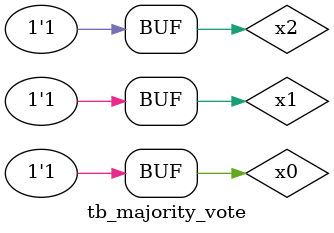
<source format=sv>

module tb_majority_vote();

	// (1) Create the wiring to connect the DUT with testbench
	// DUT --> device under test
	logic		x0;
	logic		x1;
	logic		x2;
	logic		y;
	
	// (2) Plug in the DUT
	// 		The DUT is a submodule of the test bench
	
	// Syntax	Name of the submodule	Name in the tb
				majority_vote			dut
				(
				// Now connect the inputs and outputs
				// .submodule name			(wire name)
					.x0		(x0),
					.x1		(x1),
					.x2		(x2),
					.y		(y)
				);
	
	// (3) Drive the DUT inputs using stimuli
	initial begin
		// Set all inputs here
		// Lines are executed with zero time delay
		x0 = 0;
		x1 = 0;
		x2 = 0;
		# 100ns;		// Wait for 100ns
		x0 = 1;
		x1 = 0;
		x2 = 0;
		# 100ns;		// Wait for 100ns
		x0 = 0;
		x1 = 1;
		x2 = 0;
		# 100ns;		// Wait for 100ns
		x0 = 1;
		x1 = 1;
		x2 = 0;
		# 100ns;		// Wait for 100ns
		x0 = 0;
		x1 = 0;
		x2 = 1;
		# 100ns;		// Wait for 100ns
		x0 = 1;
		x1 = 0;
		x2 = 1;
		# 100ns;		// Wait for 100ns
		x0 = 0;
		x1 = 1;
		x2 = 1;
		# 100ns;		// Wait for 100ns
		x0 = 1;
		x1 = 1;
		x2 = 1;
		# 100ns;		// Wait for 100ns
	end

endmodule
</source>
